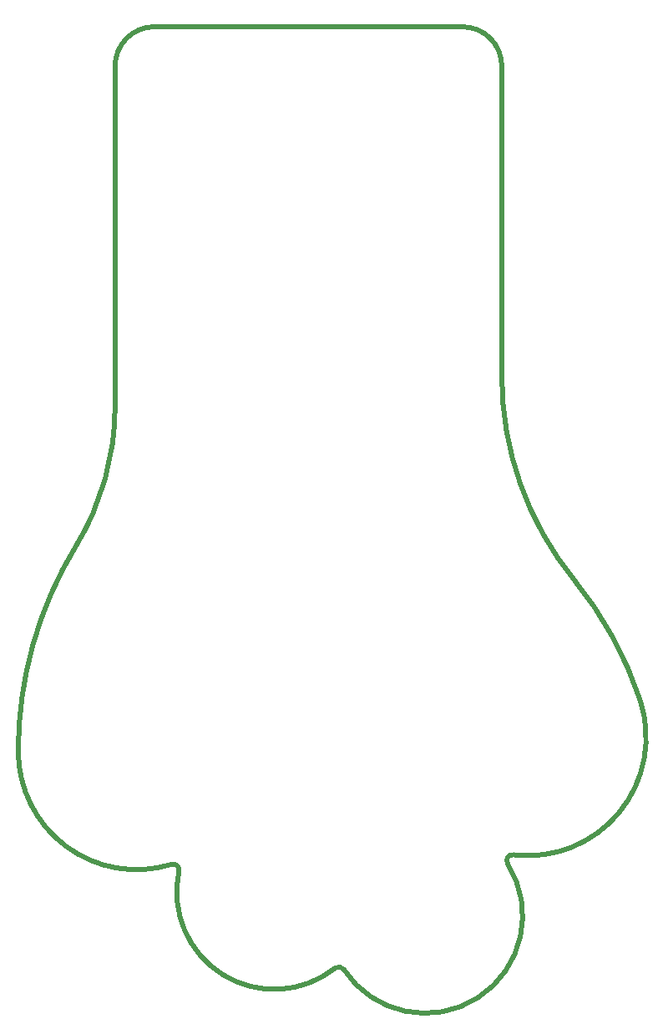
<source format=gbr>
%TF.GenerationSoftware,KiCad,Pcbnew,8.0.4+1*%
%TF.CreationDate,2024-09-15T14:39:29+02:00*%
%TF.ProjectId,meowcontrol,6d656f77-636f-46e7-9472-6f6c2e6b6963,rev?*%
%TF.SameCoordinates,Original*%
%TF.FileFunction,Profile,NP*%
%FSLAX46Y46*%
G04 Gerber Fmt 4.6, Leading zero omitted, Abs format (unit mm)*
G04 Created by KiCad (PCBNEW 8.0.4+1) date 2024-09-15 14:39:29*
%MOMM*%
%LPD*%
G01*
G04 APERTURE LIST*
%TA.AperFunction,Profile*%
%ADD10C,0.500000*%
%TD*%
G04 APERTURE END LIST*
D10*
X124695038Y-158546123D02*
G75*
G02*
X125570279Y-158684695I374353J-468893D01*
G01*
X124695038Y-158546123D02*
G75*
G02*
X108860835Y-148741075I-6168518J7726317D01*
G01*
X108097826Y-148041445D02*
G75*
G02*
X108860898Y-148741089I176465J-573484D01*
G01*
X108097826Y-148041445D02*
G75*
G02*
X92569391Y-136571913I-3528435J11469531D01*
G01*
X92569391Y-136571913D02*
G75*
G02*
X98431821Y-115743930I39929951J-3D01*
G01*
X102378427Y-101722467D02*
G75*
G02*
X98431820Y-115743929I-26880946J-2D01*
G01*
X102378427Y-101722467D02*
X102378427Y-67128429D01*
X102378427Y-67128429D02*
G75*
G02*
X106378427Y-63128425I4000004J0D01*
G01*
X125069391Y-63128429D02*
X106378427Y-63128429D01*
X137597842Y-63128429D02*
X125069391Y-63128429D01*
X137597842Y-63128429D02*
G75*
G02*
X141597842Y-67128429I1J-3999999D01*
G01*
X141597842Y-98537552D02*
X141597842Y-67128429D01*
X148951688Y-119219904D02*
G75*
G02*
X141597842Y-98537552I25407161J20682354D01*
G01*
X148951688Y-119219904D02*
G75*
G02*
X155620631Y-131380632I-29773737J-24236905D01*
G01*
X155620630Y-131380632D02*
G75*
G02*
X142775820Y-147066871I-11390877J-3774644D01*
G01*
X142195090Y-147981672D02*
G75*
G02*
X142775820Y-147066870I508033J319222D01*
G01*
X142195090Y-147981672D02*
G75*
G02*
X125570278Y-158684696I-8371276J-5260070D01*
G01*
M02*

</source>
